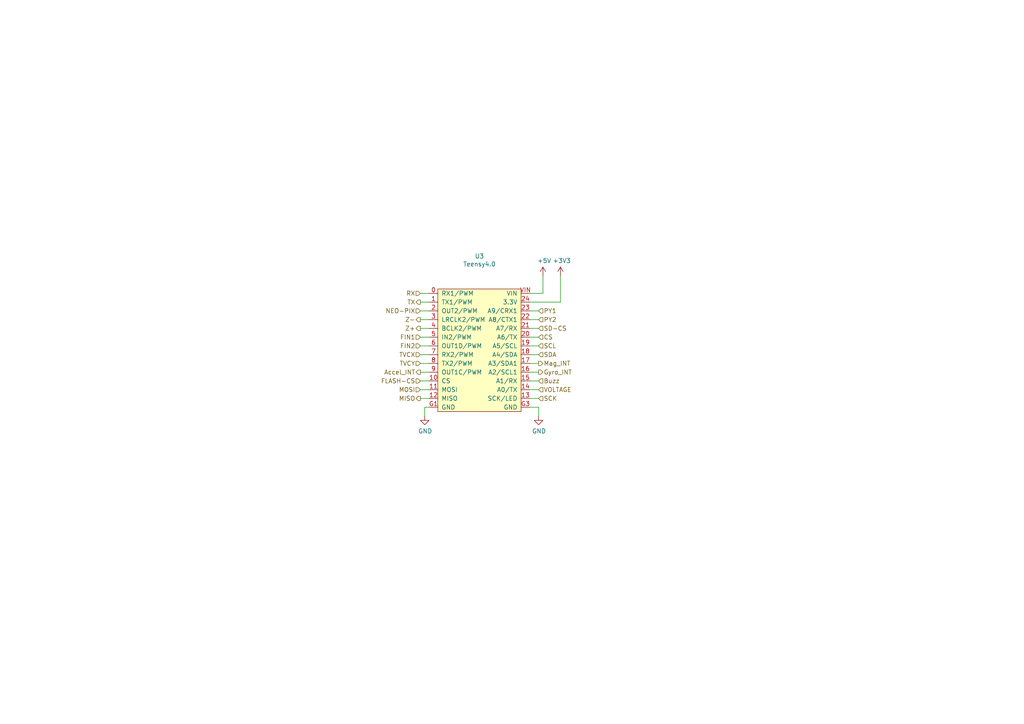
<source format=kicad_sch>
(kicad_sch (version 20230121) (generator eeschema)

  (uuid 0e166909-afb5-4d70-a00b-dd78cd09b084)

  (paper "A4")

  (title_block
    (title "MicroController")
    (date "2021-10-11")
    (rev "1")
    (comment 4 "Teensy 4.0")
  )

  (lib_symbols
    (symbol "Teensy:Teensy4.0" (pin_names (offset 1.016)) (in_bom yes) (on_board yes)
      (property "Reference" "U" (at 10.16 1.27 0)
        (effects (font (size 1.27 1.27)))
      )
      (property "Value" "Teensy_Teensy4.0" (at 10.16 -1.27 0)
        (effects (font (size 1.27 1.27)))
      )
      (property "Footprint" "" (at 1.27 -5.08 0)
        (effects (font (size 2.6924 2.6924)) hide)
      )
      (property "Datasheet" "" (at 1.27 -5.08 0)
        (effects (font (size 2.6924 2.6924)) hide)
      )
      (symbol "Teensy4.0_0_1"
        (rectangle (start -2.54 -2.54) (end 21.59 -38.1)
          (stroke (width 0) (type default))
          (fill (type background))
        )
      )
      (symbol "Teensy4.0_1_1"
        (pin input line (at -5.08 -3.81 0) (length 2.54)
          (name "RX1/PWM" (effects (font (size 1.27 1.27))))
          (number "0" (effects (font (size 1.27 1.27))))
        )
        (pin input line (at -5.08 -6.35 0) (length 2.54)
          (name "TX1/PWM" (effects (font (size 1.27 1.27))))
          (number "1" (effects (font (size 1.27 1.27))))
        )
        (pin input line (at -5.08 -29.21 0) (length 2.54)
          (name "CS" (effects (font (size 1.27 1.27))))
          (number "10" (effects (font (size 1.27 1.27))))
        )
        (pin input line (at -5.08 -31.75 0) (length 2.54)
          (name "MOSI" (effects (font (size 1.27 1.27))))
          (number "11" (effects (font (size 1.27 1.27))))
        )
        (pin input line (at -5.08 -34.29 0) (length 2.54)
          (name "MISO" (effects (font (size 1.27 1.27))))
          (number "12" (effects (font (size 1.27 1.27))))
        )
        (pin input line (at 24.13 -34.29 180) (length 2.54)
          (name "SCK/LED" (effects (font (size 1.27 1.27))))
          (number "13" (effects (font (size 1.27 1.27))))
        )
        (pin input line (at 24.13 -31.75 180) (length 2.54)
          (name "A0/TX" (effects (font (size 1.27 1.27))))
          (number "14" (effects (font (size 1.27 1.27))))
        )
        (pin input line (at 24.13 -29.21 180) (length 2.54)
          (name "A1/RX" (effects (font (size 1.27 1.27))))
          (number "15" (effects (font (size 1.27 1.27))))
        )
        (pin input line (at 24.13 -26.67 180) (length 2.54)
          (name "A2/SCL1" (effects (font (size 1.27 1.27))))
          (number "16" (effects (font (size 1.27 1.27))))
        )
        (pin input line (at 24.13 -24.13 180) (length 2.54)
          (name "A3/SDA1" (effects (font (size 1.27 1.27))))
          (number "17" (effects (font (size 1.27 1.27))))
        )
        (pin input line (at 24.13 -21.59 180) (length 2.54)
          (name "A4/SDA" (effects (font (size 1.27 1.27))))
          (number "18" (effects (font (size 1.27 1.27))))
        )
        (pin input line (at 24.13 -19.05 180) (length 2.54)
          (name "A5/SCL" (effects (font (size 1.27 1.27))))
          (number "19" (effects (font (size 1.27 1.27))))
        )
        (pin input line (at -5.08 -8.89 0) (length 2.54)
          (name "OUT2/PWM" (effects (font (size 1.27 1.27))))
          (number "2" (effects (font (size 1.27 1.27))))
        )
        (pin input line (at 24.13 -16.51 180) (length 2.54)
          (name "A6/TX" (effects (font (size 1.27 1.27))))
          (number "20" (effects (font (size 1.27 1.27))))
        )
        (pin input line (at 24.13 -13.97 180) (length 2.54)
          (name "A7/RX" (effects (font (size 1.27 1.27))))
          (number "21" (effects (font (size 1.27 1.27))))
        )
        (pin input line (at 24.13 -11.43 180) (length 2.54)
          (name "A8/CTX1" (effects (font (size 1.27 1.27))))
          (number "22" (effects (font (size 1.27 1.27))))
        )
        (pin input line (at 24.13 -8.89 180) (length 2.54)
          (name "A9/CRX1" (effects (font (size 1.27 1.27))))
          (number "23" (effects (font (size 1.27 1.27))))
        )
        (pin input line (at 24.13 -6.35 180) (length 2.54)
          (name "3.3V" (effects (font (size 1.27 1.27))))
          (number "24" (effects (font (size 1.27 1.27))))
        )
        (pin input line (at -5.08 -11.43 0) (length 2.54)
          (name "LRCLK2/PWM" (effects (font (size 1.27 1.27))))
          (number "3" (effects (font (size 1.27 1.27))))
        )
        (pin input line (at -5.08 -13.97 0) (length 2.54)
          (name "BCLK2/PWM" (effects (font (size 1.27 1.27))))
          (number "4" (effects (font (size 1.27 1.27))))
        )
        (pin input line (at -5.08 -16.51 0) (length 2.54)
          (name "IN2/PWM" (effects (font (size 1.27 1.27))))
          (number "5" (effects (font (size 1.27 1.27))))
        )
        (pin input line (at -5.08 -19.05 0) (length 2.54)
          (name "OUT1D/PWM" (effects (font (size 1.27 1.27))))
          (number "6" (effects (font (size 1.27 1.27))))
        )
        (pin input line (at -5.08 -21.59 0) (length 2.54)
          (name "RX2/PWM" (effects (font (size 1.27 1.27))))
          (number "7" (effects (font (size 1.27 1.27))))
        )
        (pin input line (at -5.08 -24.13 0) (length 2.54)
          (name "TX2/PWM" (effects (font (size 1.27 1.27))))
          (number "8" (effects (font (size 1.27 1.27))))
        )
        (pin input line (at -5.08 -26.67 0) (length 2.54)
          (name "OUT1C/PWM" (effects (font (size 1.27 1.27))))
          (number "9" (effects (font (size 1.27 1.27))))
        )
        (pin input line (at -5.08 -36.83 0) (length 2.54)
          (name "GND" (effects (font (size 1.27 1.27))))
          (number "G1" (effects (font (size 1.27 1.27))))
        )
        (pin input line (at 24.13 -36.83 180) (length 2.54)
          (name "GND" (effects (font (size 1.27 1.27))))
          (number "G3" (effects (font (size 1.27 1.27))))
        )
        (pin input line (at 24.13 -3.81 180) (length 2.54)
          (name "VIN" (effects (font (size 1.27 1.27))))
          (number "VIN" (effects (font (size 1.27 1.27))))
        )
      )
    )
    (symbol "power:+3.3V" (power) (pin_names (offset 0)) (in_bom yes) (on_board yes)
      (property "Reference" "#PWR" (at 0 -3.81 0)
        (effects (font (size 1.27 1.27)) hide)
      )
      (property "Value" "+3.3V" (at 0 3.556 0)
        (effects (font (size 1.27 1.27)))
      )
      (property "Footprint" "" (at 0 0 0)
        (effects (font (size 1.27 1.27)) hide)
      )
      (property "Datasheet" "" (at 0 0 0)
        (effects (font (size 1.27 1.27)) hide)
      )
      (property "ki_keywords" "power-flag" (at 0 0 0)
        (effects (font (size 1.27 1.27)) hide)
      )
      (property "ki_description" "Power symbol creates a global label with name \"+3.3V\"" (at 0 0 0)
        (effects (font (size 1.27 1.27)) hide)
      )
      (symbol "+3.3V_0_1"
        (polyline
          (pts
            (xy -0.762 1.27)
            (xy 0 2.54)
          )
          (stroke (width 0) (type default))
          (fill (type none))
        )
        (polyline
          (pts
            (xy 0 0)
            (xy 0 2.54)
          )
          (stroke (width 0) (type default))
          (fill (type none))
        )
        (polyline
          (pts
            (xy 0 2.54)
            (xy 0.762 1.27)
          )
          (stroke (width 0) (type default))
          (fill (type none))
        )
      )
      (symbol "+3.3V_1_1"
        (pin power_in line (at 0 0 90) (length 0) hide
          (name "+3V3" (effects (font (size 1.27 1.27))))
          (number "1" (effects (font (size 1.27 1.27))))
        )
      )
    )
    (symbol "power:+5V" (power) (pin_names (offset 0)) (in_bom yes) (on_board yes)
      (property "Reference" "#PWR" (at 0 -3.81 0)
        (effects (font (size 1.27 1.27)) hide)
      )
      (property "Value" "+5V" (at 0 3.556 0)
        (effects (font (size 1.27 1.27)))
      )
      (property "Footprint" "" (at 0 0 0)
        (effects (font (size 1.27 1.27)) hide)
      )
      (property "Datasheet" "" (at 0 0 0)
        (effects (font (size 1.27 1.27)) hide)
      )
      (property "ki_keywords" "power-flag" (at 0 0 0)
        (effects (font (size 1.27 1.27)) hide)
      )
      (property "ki_description" "Power symbol creates a global label with name \"+5V\"" (at 0 0 0)
        (effects (font (size 1.27 1.27)) hide)
      )
      (symbol "+5V_0_1"
        (polyline
          (pts
            (xy -0.762 1.27)
            (xy 0 2.54)
          )
          (stroke (width 0) (type default))
          (fill (type none))
        )
        (polyline
          (pts
            (xy 0 0)
            (xy 0 2.54)
          )
          (stroke (width 0) (type default))
          (fill (type none))
        )
        (polyline
          (pts
            (xy 0 2.54)
            (xy 0.762 1.27)
          )
          (stroke (width 0) (type default))
          (fill (type none))
        )
      )
      (symbol "+5V_1_1"
        (pin power_in line (at 0 0 90) (length 0) hide
          (name "+5V" (effects (font (size 1.27 1.27))))
          (number "1" (effects (font (size 1.27 1.27))))
        )
      )
    )
    (symbol "power:GND" (power) (pin_names (offset 0)) (in_bom yes) (on_board yes)
      (property "Reference" "#PWR" (at 0 -6.35 0)
        (effects (font (size 1.27 1.27)) hide)
      )
      (property "Value" "GND" (at 0 -3.81 0)
        (effects (font (size 1.27 1.27)))
      )
      (property "Footprint" "" (at 0 0 0)
        (effects (font (size 1.27 1.27)) hide)
      )
      (property "Datasheet" "" (at 0 0 0)
        (effects (font (size 1.27 1.27)) hide)
      )
      (property "ki_keywords" "power-flag" (at 0 0 0)
        (effects (font (size 1.27 1.27)) hide)
      )
      (property "ki_description" "Power symbol creates a global label with name \"GND\" , ground" (at 0 0 0)
        (effects (font (size 1.27 1.27)) hide)
      )
      (symbol "GND_0_1"
        (polyline
          (pts
            (xy 0 0)
            (xy 0 -1.27)
            (xy 1.27 -1.27)
            (xy 0 -2.54)
            (xy -1.27 -1.27)
            (xy 0 -1.27)
          )
          (stroke (width 0) (type default))
          (fill (type none))
        )
      )
      (symbol "GND_1_1"
        (pin power_in line (at 0 0 270) (length 0) hide
          (name "GND" (effects (font (size 1.27 1.27))))
          (number "1" (effects (font (size 1.27 1.27))))
        )
      )
    )
  )


  (wire (pts (xy 153.67 118.11) (xy 156.21 118.11))
    (stroke (width 0) (type default))
    (uuid 042fe62b-53aa-4e86-97d0-9ccb1e16a895)
  )
  (wire (pts (xy 124.46 92.71) (xy 121.92 92.71))
    (stroke (width 0) (type default))
    (uuid 046ca2d8-3ca1-4c64-8090-c45e9adcf30e)
  )
  (wire (pts (xy 153.67 87.63) (xy 162.56 87.63))
    (stroke (width 0) (type default))
    (uuid 0c9bbc06-f1c0-4359-8448-9c515b32a886)
  )
  (wire (pts (xy 153.67 102.87) (xy 156.21 102.87))
    (stroke (width 0) (type default))
    (uuid 0f62e92c-dce6-45dc-a560-b9db10f66ff3)
  )
  (wire (pts (xy 153.67 92.71) (xy 156.21 92.71))
    (stroke (width 0) (type default))
    (uuid 0ff398d7-e6e2-4972-a7a4-438407886f34)
  )
  (wire (pts (xy 124.46 97.79) (xy 121.92 97.79))
    (stroke (width 0) (type default))
    (uuid 1527299a-08b3-47c3-929f-a75c83be365e)
  )
  (wire (pts (xy 153.67 113.03) (xy 156.21 113.03))
    (stroke (width 0) (type default))
    (uuid 153169ce-9fac-4868-bc4e-e1381c5bb726)
  )
  (wire (pts (xy 156.21 107.95) (xy 153.67 107.95))
    (stroke (width 0) (type default))
    (uuid 2276ec6c-cdcc-4369-86b4-8267d991001e)
  )
  (wire (pts (xy 156.21 118.11) (xy 156.21 120.65))
    (stroke (width 0) (type default))
    (uuid 22ab392d-1989-4185-9178-8083812ea067)
  )
  (wire (pts (xy 121.92 113.03) (xy 124.46 113.03))
    (stroke (width 0) (type default))
    (uuid 2938bf2d-2d32-4cb0-9d4d-563ea28ffffa)
  )
  (wire (pts (xy 157.48 80.01) (xy 157.48 85.09))
    (stroke (width 0) (type default))
    (uuid 2dc66f7e-d85d-4081-ae71-fd8851d6aeda)
  )
  (wire (pts (xy 121.92 85.09) (xy 124.46 85.09))
    (stroke (width 0) (type default))
    (uuid 2e6b1f7e-e4c3-43a1-ae90-c85aa40696d5)
  )
  (wire (pts (xy 121.92 87.63) (xy 124.46 87.63))
    (stroke (width 0) (type default))
    (uuid 36696ac6-2db1-4b52-ae3d-9f3c89d2042f)
  )
  (wire (pts (xy 121.92 90.17) (xy 124.46 90.17))
    (stroke (width 0) (type default))
    (uuid 460147d8-e4b6-4910-88e9-07d1ddd6c2df)
  )
  (wire (pts (xy 153.67 105.41) (xy 156.21 105.41))
    (stroke (width 0) (type default))
    (uuid 53fda1fb-12bd-4536-80e1-aab5c0e3fc58)
  )
  (wire (pts (xy 162.56 87.63) (xy 162.56 80.01))
    (stroke (width 0) (type default))
    (uuid 58a87288-e2bf-4c88-9871-a753efc69e9d)
  )
  (wire (pts (xy 123.19 118.11) (xy 124.46 118.11))
    (stroke (width 0) (type default))
    (uuid 5dbda758-e74b-4ccf-ad68-495d537d68ba)
  )
  (wire (pts (xy 123.19 118.11) (xy 123.19 120.65))
    (stroke (width 0) (type default))
    (uuid 6fd21292-6577-40e1-bbda-18906b5e9f6f)
  )
  (wire (pts (xy 121.92 102.87) (xy 124.46 102.87))
    (stroke (width 0) (type default))
    (uuid 87a0ffb1-5477-4b20-a3ac-fef5af129a33)
  )
  (wire (pts (xy 121.92 110.49) (xy 124.46 110.49))
    (stroke (width 0) (type default))
    (uuid 89bd1fdd-6a91-474e-8495-7a2ba7eb6260)
  )
  (wire (pts (xy 121.92 107.95) (xy 124.46 107.95))
    (stroke (width 0) (type default))
    (uuid 8b022692-69b7-4bd6-bf38-57edecf356fa)
  )
  (wire (pts (xy 153.67 115.57) (xy 156.21 115.57))
    (stroke (width 0) (type default))
    (uuid 929c74c0-78bf-4efe-a778-fa328e951865)
  )
  (wire (pts (xy 156.21 110.49) (xy 153.67 110.49))
    (stroke (width 0) (type default))
    (uuid 9e427954-2486-4c91-89b5-6af73a073442)
  )
  (wire (pts (xy 156.21 95.25) (xy 153.67 95.25))
    (stroke (width 0) (type default))
    (uuid 9f95f1fc-aa31-4ce6-996a-4b385731d8eb)
  )
  (wire (pts (xy 121.92 95.25) (xy 124.46 95.25))
    (stroke (width 0) (type default))
    (uuid a4541b62-7a39-4707-9c6f-80dce1be9cee)
  )
  (wire (pts (xy 121.92 100.33) (xy 124.46 100.33))
    (stroke (width 0) (type default))
    (uuid aa288a22-ea1d-474d-8dae-efe971580843)
  )
  (wire (pts (xy 153.67 97.79) (xy 156.21 97.79))
    (stroke (width 0) (type default))
    (uuid ab0ea55a-63b3-4ece-836d-2844713a821f)
  )
  (wire (pts (xy 157.48 85.09) (xy 153.67 85.09))
    (stroke (width 0) (type default))
    (uuid b606e532-e4c7-444d-b9ff-879f52cfde92)
  )
  (wire (pts (xy 124.46 115.57) (xy 121.92 115.57))
    (stroke (width 0) (type default))
    (uuid b9c0c276-e6f1-47dd-b072-0f92904248ca)
  )
  (wire (pts (xy 124.46 105.41) (xy 121.92 105.41))
    (stroke (width 0) (type default))
    (uuid c62adb8b-b306-48da-b0ae-f6a287e54f62)
  )
  (wire (pts (xy 156.21 90.17) (xy 153.67 90.17))
    (stroke (width 0) (type default))
    (uuid d372e2ac-d81e-48b7-8c55-9bbe58eeffc3)
  )
  (wire (pts (xy 153.67 100.33) (xy 156.21 100.33))
    (stroke (width 0) (type default))
    (uuid f030cfe8-f922-4a12-a58d-2ff6e60a9bb9)
  )

  (hierarchical_label "Buzz" (shape input) (at 156.21 110.49 0) (fields_autoplaced)
    (effects (font (size 1.27 1.27)) (justify left))
    (uuid 0fc912fd-5036-4a55-b598-a9af40810824)
  )
  (hierarchical_label "FIN2" (shape input) (at 121.92 100.33 180) (fields_autoplaced)
    (effects (font (size 1.27 1.27)) (justify right))
    (uuid 1765d6b9-ca0e-49c2-8c3c-8ab35eb3909b)
  )
  (hierarchical_label "Gyro_INT" (shape output) (at 156.21 107.95 0) (fields_autoplaced)
    (effects (font (size 1.27 1.27)) (justify left))
    (uuid 18dee026-9999-4f10-8c36-736131349406)
  )
  (hierarchical_label "PY1" (shape input) (at 156.21 90.17 0) (fields_autoplaced)
    (effects (font (size 1.27 1.27)) (justify left))
    (uuid 29987966-1d19-4068-93f6-a61cdfb40ffa)
  )
  (hierarchical_label "TVCY" (shape input) (at 121.92 105.41 180) (fields_autoplaced)
    (effects (font (size 1.27 1.27)) (justify right))
    (uuid 2a6ee718-8cdf-4fa6-be7c-8fe885d98fd7)
  )
  (hierarchical_label "Z-" (shape output) (at 121.92 92.71 180) (fields_autoplaced)
    (effects (font (size 1.27 1.27)) (justify right))
    (uuid 341dde39-440e-4d05-8def-6a5cecefd88c)
  )
  (hierarchical_label "MISO" (shape output) (at 121.92 115.57 180) (fields_autoplaced)
    (effects (font (size 1.27 1.27)) (justify right))
    (uuid 3c66e6e2-f12d-4b23-910e-e478d272dfd5)
  )
  (hierarchical_label "SDA" (shape input) (at 156.21 102.87 0) (fields_autoplaced)
    (effects (font (size 1.27 1.27)) (justify left))
    (uuid 46b6477b-71d3-47a5-8311-89054fd1a1f2)
  )
  (hierarchical_label "TVCX" (shape input) (at 121.92 102.87 180) (fields_autoplaced)
    (effects (font (size 1.27 1.27)) (justify right))
    (uuid 55cff608-ab38-48d9-ac09-2d0a877ceca1)
  )
  (hierarchical_label "MOSI" (shape input) (at 121.92 113.03 180) (fields_autoplaced)
    (effects (font (size 1.27 1.27)) (justify right))
    (uuid 6b69fc79-c78f-4df1-9a05-c51d4173705f)
  )
  (hierarchical_label "PY2" (shape input) (at 156.21 92.71 0) (fields_autoplaced)
    (effects (font (size 1.27 1.27)) (justify left))
    (uuid 6ba19f6c-fa3a-4bf3-8c57-119de0f02b65)
  )
  (hierarchical_label "RX" (shape input) (at 121.92 85.09 180) (fields_autoplaced)
    (effects (font (size 1.27 1.27)) (justify right))
    (uuid 8ade7975-64a0-440a-8545-11958836bf48)
  )
  (hierarchical_label "SCL" (shape input) (at 156.21 100.33 0) (fields_autoplaced)
    (effects (font (size 1.27 1.27)) (justify left))
    (uuid 9a503bab-4138-4f3f-818f-6f776e5a9f7e)
  )
  (hierarchical_label "SCK" (shape input) (at 156.21 115.57 0) (fields_autoplaced)
    (effects (font (size 1.27 1.27)) (justify left))
    (uuid 9c8eae28-a7c3-4e6a-bd81-98cf70031070)
  )
  (hierarchical_label "Mag_INT" (shape output) (at 156.21 105.41 0) (fields_autoplaced)
    (effects (font (size 1.27 1.27)) (justify left))
    (uuid b121f1ff-8472-460b-ab2d-5110ddd1ca28)
  )
  (hierarchical_label "TX" (shape output) (at 121.92 87.63 180) (fields_autoplaced)
    (effects (font (size 1.27 1.27)) (justify right))
    (uuid d396ce56-1974-47b7-a41b-ae2b20ef835c)
  )
  (hierarchical_label "SD-CS" (shape input) (at 156.21 95.25 0) (fields_autoplaced)
    (effects (font (size 1.27 1.27)) (justify left))
    (uuid d5a7688c-7438-4b6d-999f-4f2a3cb18fd6)
  )
  (hierarchical_label "FLASH-CS" (shape input) (at 121.92 110.49 180) (fields_autoplaced)
    (effects (font (size 1.27 1.27)) (justify right))
    (uuid d8370835-89ad-4b62-9f40-d0c10470788a)
  )
  (hierarchical_label "Accel_INT" (shape output) (at 121.92 107.95 180) (fields_autoplaced)
    (effects (font (size 1.27 1.27)) (justify right))
    (uuid db532ed2-914c-41b4-b389-de2bf235d0a7)
  )
  (hierarchical_label "NEO-PIX" (shape input) (at 121.92 90.17 180) (fields_autoplaced)
    (effects (font (size 1.27 1.27)) (justify right))
    (uuid e0b36e60-bb2b-489c-a764-1b81e551ce62)
  )
  (hierarchical_label "Z+" (shape output) (at 121.92 95.25 180) (fields_autoplaced)
    (effects (font (size 1.27 1.27)) (justify right))
    (uuid e7893166-2c2c-41b4-bd84-76ebc2e06551)
  )
  (hierarchical_label "CS" (shape input) (at 156.21 97.79 0) (fields_autoplaced)
    (effects (font (size 1.27 1.27)) (justify left))
    (uuid e9a9fba3-7cfa-45ca-926c-a5a8ecd7e3a4)
  )
  (hierarchical_label "VOLTAGE" (shape input) (at 156.21 113.03 0) (fields_autoplaced)
    (effects (font (size 1.27 1.27)) (justify left))
    (uuid f2392fe0-54af-4e02-8793-9ba2471944b5)
  )
  (hierarchical_label "FIN1" (shape input) (at 121.92 97.79 180) (fields_autoplaced)
    (effects (font (size 1.27 1.27)) (justify right))
    (uuid f47374c3-cb2a-4769-880f-830c9b19222e)
  )

  (symbol (lib_id "Teensy:Teensy4.0") (at 129.54 81.28 0) (unit 1)
    (in_bom yes) (on_board yes) (dnp no)
    (uuid 00000000-0000-0000-0000-0000616855d3)
    (property "Reference" "U3" (at 139.065 74.295 0)
      (effects (font (size 1.27 1.27)))
    )
    (property "Value" "Teensy4.0" (at 139.065 76.6064 0)
      (effects (font (size 1.27 1.27)))
    )
    (property "Footprint" "New_FC_Parts:Teensy_4.0" (at 129.54 81.28 0)
      (effects (font (size 2.6924 2.6924)) hide)
    )
    (property "Datasheet" "" (at 129.54 81.28 0)
      (effects (font (size 2.6924 2.6924)) hide)
    )
    (pin "0" (uuid 4f2e7297-2848-4920-b463-278938260435))
    (pin "1" (uuid d5a09c27-1475-4d91-8039-7a48cefd4baa))
    (pin "10" (uuid 7df521f9-2fa9-4b73-b919-e0a06fd49a08))
    (pin "11" (uuid 629f3f55-11ca-4e76-b0f1-6746d6ec9622))
    (pin "12" (uuid c7d06524-99cc-443d-bf99-1d5351e62b01))
    (pin "13" (uuid 15655d9c-bd6c-4430-832c-733ac7baea0d))
    (pin "14" (uuid ed74ebd5-6587-43db-aa91-dfb7b5718cf2))
    (pin "15" (uuid a8d853aa-c31f-40a3-813b-7bd7b2c8d9ae))
    (pin "16" (uuid 3778fc3f-ec73-4939-b4a4-5516ab741338))
    (pin "17" (uuid eb88b9e4-f7ea-42f1-8c54-e606a8380036))
    (pin "18" (uuid a1199815-4e65-4707-889c-5cfa29f15db5))
    (pin "19" (uuid ee417e25-1065-4d3b-9f8e-ec525196b1bb))
    (pin "2" (uuid 9c9544a8-1a1f-4e9b-9e1d-47f8f4940b17))
    (pin "20" (uuid f92f69d2-56ab-4917-95be-06b33225bbb8))
    (pin "21" (uuid 06b6e1e1-8981-4236-9160-e4aa4a40c3bf))
    (pin "22" (uuid 7faa75ab-beec-4374-931e-269ef92950c3))
    (pin "23" (uuid 3fc65e0d-874b-4130-a791-da42e39d81ae))
    (pin "24" (uuid 6fe6b2b8-1035-4ea7-b7af-0eee6d2dd2a2))
    (pin "3" (uuid 46cbd2b5-3def-48b1-b6cd-7ea537715800))
    (pin "4" (uuid 254ec2e7-dcba-41b6-854c-462a1dbcca13))
    (pin "5" (uuid 2a94bdf3-d3de-42c3-bcfb-e57b2151c642))
    (pin "6" (uuid 119f5095-1fb8-4d94-8d47-1bba2ad950d2))
    (pin "7" (uuid a45b362d-5756-4af0-b399-16fbc9489ea0))
    (pin "8" (uuid 00695b46-a5e7-4661-a83e-5cfb182bbc5c))
    (pin "9" (uuid d26d875d-783a-4abb-8cca-8674896d2a30))
    (pin "G1" (uuid ab0a82d1-a8c0-4049-a210-71749bf0ec45))
    (pin "G3" (uuid 0fe2e472-d03f-4cdd-a792-cfc3b324e6b1))
    (pin "VIN" (uuid b8be0436-7fdc-4be2-a97a-9cd2b3425308))
    (instances
      (project "Flight_Computer"
        (path "/ee41cb8e-512d-41d2-81e1-3c50fff32aeb/00000000-0000-0000-0000-000061094f81"
          (reference "U3") (unit 1)
        )
      )
    )
  )

  (symbol (lib_id "power:GND") (at 123.19 120.65 0) (unit 1)
    (in_bom yes) (on_board yes) (dnp no)
    (uuid 00000000-0000-0000-0000-00006168bffc)
    (property "Reference" "#PWR0142" (at 123.19 127 0)
      (effects (font (size 1.27 1.27)) hide)
    )
    (property "Value" "GND" (at 123.317 125.0442 0)
      (effects (font (size 1.27 1.27)))
    )
    (property "Footprint" "" (at 123.19 120.65 0)
      (effects (font (size 1.27 1.27)) hide)
    )
    (property "Datasheet" "" (at 123.19 120.65 0)
      (effects (font (size 1.27 1.27)) hide)
    )
    (pin "1" (uuid 0c7fe87e-9344-4ee2-a27a-223f0b98085c))
    (instances
      (project "Flight_Computer"
        (path "/ee41cb8e-512d-41d2-81e1-3c50fff32aeb/00000000-0000-0000-0000-000061094f81"
          (reference "#PWR0142") (unit 1)
        )
      )
    )
  )

  (symbol (lib_id "power:GND") (at 156.21 120.65 0) (unit 1)
    (in_bom yes) (on_board yes) (dnp no)
    (uuid 00000000-0000-0000-0000-0000617694a7)
    (property "Reference" "#PWR0132" (at 156.21 127 0)
      (effects (font (size 1.27 1.27)) hide)
    )
    (property "Value" "GND" (at 156.337 125.0442 0)
      (effects (font (size 1.27 1.27)))
    )
    (property "Footprint" "" (at 156.21 120.65 0)
      (effects (font (size 1.27 1.27)) hide)
    )
    (property "Datasheet" "" (at 156.21 120.65 0)
      (effects (font (size 1.27 1.27)) hide)
    )
    (pin "1" (uuid 2efdee8b-b387-4eef-b6bc-aecb26766bca))
    (instances
      (project "Flight_Computer"
        (path "/ee41cb8e-512d-41d2-81e1-3c50fff32aeb/00000000-0000-0000-0000-000061094f81"
          (reference "#PWR0132") (unit 1)
        )
      )
    )
  )

  (symbol (lib_id "power:+3.3V") (at 162.56 80.01 0) (unit 1)
    (in_bom yes) (on_board yes) (dnp no)
    (uuid 00000000-0000-0000-0000-0000617698e8)
    (property "Reference" "#PWR0133" (at 162.56 83.82 0)
      (effects (font (size 1.27 1.27)) hide)
    )
    (property "Value" "+3.3V" (at 162.941 75.6158 0)
      (effects (font (size 1.27 1.27)))
    )
    (property "Footprint" "" (at 162.56 80.01 0)
      (effects (font (size 1.27 1.27)) hide)
    )
    (property "Datasheet" "" (at 162.56 80.01 0)
      (effects (font (size 1.27 1.27)) hide)
    )
    (pin "1" (uuid cbafd450-62a0-49de-bd9a-7c83f7de59b8))
    (instances
      (project "Flight_Computer"
        (path "/ee41cb8e-512d-41d2-81e1-3c50fff32aeb/00000000-0000-0000-0000-000061094f81"
          (reference "#PWR0133") (unit 1)
        )
      )
    )
  )

  (symbol (lib_id "power:+5V") (at 157.48 80.01 0) (unit 1)
    (in_bom yes) (on_board yes) (dnp no)
    (uuid 00000000-0000-0000-0000-000061769d3f)
    (property "Reference" "#PWR0134" (at 157.48 83.82 0)
      (effects (font (size 1.27 1.27)) hide)
    )
    (property "Value" "+5V" (at 157.861 75.6158 0)
      (effects (font (size 1.27 1.27)))
    )
    (property "Footprint" "" (at 157.48 80.01 0)
      (effects (font (size 1.27 1.27)) hide)
    )
    (property "Datasheet" "" (at 157.48 80.01 0)
      (effects (font (size 1.27 1.27)) hide)
    )
    (pin "1" (uuid 1779700f-bf61-4eae-a77c-42111087991d))
    (instances
      (project "Flight_Computer"
        (path "/ee41cb8e-512d-41d2-81e1-3c50fff32aeb/00000000-0000-0000-0000-000061094f81"
          (reference "#PWR0134") (unit 1)
        )
      )
    )
  )
)

</source>
